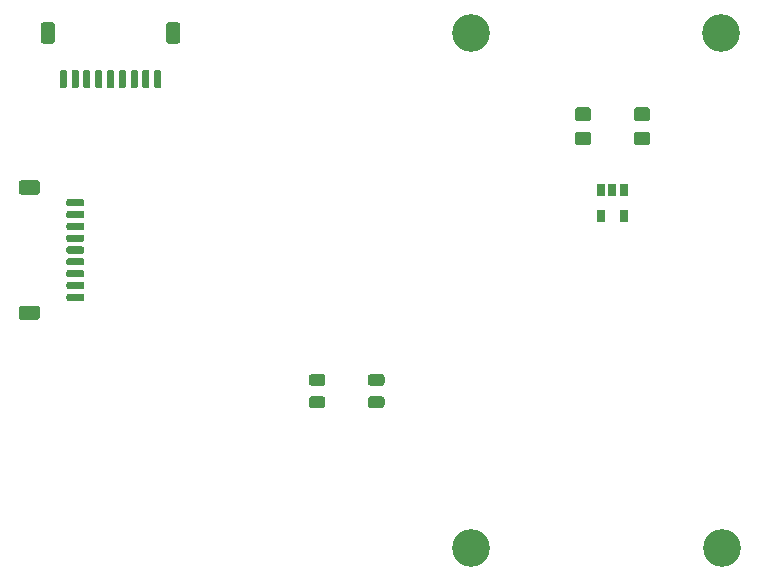
<source format=gbr>
G04 #@! TF.GenerationSoftware,KiCad,Pcbnew,5.1.5-52549c5~84~ubuntu18.04.1*
G04 #@! TF.CreationDate,2020-03-16T02:25:55+00:00*
G04 #@! TF.ProjectId,polariser_drive,706f6c61-7269-4736-9572-5f6472697665,rev?*
G04 #@! TF.SameCoordinates,Original*
G04 #@! TF.FileFunction,Paste,Top*
G04 #@! TF.FilePolarity,Positive*
%FSLAX46Y46*%
G04 Gerber Fmt 4.6, Leading zero omitted, Abs format (unit mm)*
G04 Created by KiCad (PCBNEW 5.1.5-52549c5~84~ubuntu18.04.1) date 2020-03-16 02:25:55*
%MOMM*%
%LPD*%
G04 APERTURE LIST*
%ADD10C,0.100000*%
%ADD11C,3.200000*%
%ADD12R,0.650000X1.060000*%
G04 APERTURE END LIST*
D10*
G36*
X51299505Y-53701204D02*
G01*
X51323773Y-53704804D01*
X51347572Y-53710765D01*
X51370671Y-53719030D01*
X51392850Y-53729520D01*
X51413893Y-53742132D01*
X51433599Y-53756747D01*
X51451777Y-53773223D01*
X51468253Y-53791401D01*
X51482868Y-53811107D01*
X51495480Y-53832150D01*
X51505970Y-53854329D01*
X51514235Y-53877428D01*
X51520196Y-53901227D01*
X51523796Y-53925495D01*
X51525000Y-53949999D01*
X51525000Y-54650001D01*
X51523796Y-54674505D01*
X51520196Y-54698773D01*
X51514235Y-54722572D01*
X51505970Y-54745671D01*
X51495480Y-54767850D01*
X51482868Y-54788893D01*
X51468253Y-54808599D01*
X51451777Y-54826777D01*
X51433599Y-54843253D01*
X51413893Y-54857868D01*
X51392850Y-54870480D01*
X51370671Y-54880970D01*
X51347572Y-54889235D01*
X51323773Y-54895196D01*
X51299505Y-54898796D01*
X51275001Y-54900000D01*
X49974999Y-54900000D01*
X49950495Y-54898796D01*
X49926227Y-54895196D01*
X49902428Y-54889235D01*
X49879329Y-54880970D01*
X49857150Y-54870480D01*
X49836107Y-54857868D01*
X49816401Y-54843253D01*
X49798223Y-54826777D01*
X49781747Y-54808599D01*
X49767132Y-54788893D01*
X49754520Y-54767850D01*
X49744030Y-54745671D01*
X49735765Y-54722572D01*
X49729804Y-54698773D01*
X49726204Y-54674505D01*
X49725000Y-54650001D01*
X49725000Y-53949999D01*
X49726204Y-53925495D01*
X49729804Y-53901227D01*
X49735765Y-53877428D01*
X49744030Y-53854329D01*
X49754520Y-53832150D01*
X49767132Y-53811107D01*
X49781747Y-53791401D01*
X49798223Y-53773223D01*
X49816401Y-53756747D01*
X49836107Y-53742132D01*
X49857150Y-53729520D01*
X49879329Y-53719030D01*
X49902428Y-53710765D01*
X49926227Y-53704804D01*
X49950495Y-53701204D01*
X49974999Y-53700000D01*
X51275001Y-53700000D01*
X51299505Y-53701204D01*
G37*
G36*
X51299505Y-43101204D02*
G01*
X51323773Y-43104804D01*
X51347572Y-43110765D01*
X51370671Y-43119030D01*
X51392850Y-43129520D01*
X51413893Y-43142132D01*
X51433599Y-43156747D01*
X51451777Y-43173223D01*
X51468253Y-43191401D01*
X51482868Y-43211107D01*
X51495480Y-43232150D01*
X51505970Y-43254329D01*
X51514235Y-43277428D01*
X51520196Y-43301227D01*
X51523796Y-43325495D01*
X51525000Y-43349999D01*
X51525000Y-44050001D01*
X51523796Y-44074505D01*
X51520196Y-44098773D01*
X51514235Y-44122572D01*
X51505970Y-44145671D01*
X51495480Y-44167850D01*
X51482868Y-44188893D01*
X51468253Y-44208599D01*
X51451777Y-44226777D01*
X51433599Y-44243253D01*
X51413893Y-44257868D01*
X51392850Y-44270480D01*
X51370671Y-44280970D01*
X51347572Y-44289235D01*
X51323773Y-44295196D01*
X51299505Y-44298796D01*
X51275001Y-44300000D01*
X49974999Y-44300000D01*
X49950495Y-44298796D01*
X49926227Y-44295196D01*
X49902428Y-44289235D01*
X49879329Y-44280970D01*
X49857150Y-44270480D01*
X49836107Y-44257868D01*
X49816401Y-44243253D01*
X49798223Y-44226777D01*
X49781747Y-44208599D01*
X49767132Y-44188893D01*
X49754520Y-44167850D01*
X49744030Y-44145671D01*
X49735765Y-44122572D01*
X49729804Y-44098773D01*
X49726204Y-44074505D01*
X49725000Y-44050001D01*
X49725000Y-43349999D01*
X49726204Y-43325495D01*
X49729804Y-43301227D01*
X49735765Y-43277428D01*
X49744030Y-43254329D01*
X49754520Y-43232150D01*
X49767132Y-43211107D01*
X49781747Y-43191401D01*
X49798223Y-43173223D01*
X49816401Y-43156747D01*
X49836107Y-43142132D01*
X49857150Y-43129520D01*
X49879329Y-43119030D01*
X49902428Y-43110765D01*
X49926227Y-43104804D01*
X49950495Y-43101204D01*
X49974999Y-43100000D01*
X51275001Y-43100000D01*
X51299505Y-43101204D01*
G37*
G36*
X55139703Y-52700722D02*
G01*
X55154264Y-52702882D01*
X55168543Y-52706459D01*
X55182403Y-52711418D01*
X55195710Y-52717712D01*
X55208336Y-52725280D01*
X55220159Y-52734048D01*
X55231066Y-52743934D01*
X55240952Y-52754841D01*
X55249720Y-52766664D01*
X55257288Y-52779290D01*
X55263582Y-52792597D01*
X55268541Y-52806457D01*
X55272118Y-52820736D01*
X55274278Y-52835297D01*
X55275000Y-52850000D01*
X55275000Y-53150000D01*
X55274278Y-53164703D01*
X55272118Y-53179264D01*
X55268541Y-53193543D01*
X55263582Y-53207403D01*
X55257288Y-53220710D01*
X55249720Y-53233336D01*
X55240952Y-53245159D01*
X55231066Y-53256066D01*
X55220159Y-53265952D01*
X55208336Y-53274720D01*
X55195710Y-53282288D01*
X55182403Y-53288582D01*
X55168543Y-53293541D01*
X55154264Y-53297118D01*
X55139703Y-53299278D01*
X55125000Y-53300000D01*
X53925000Y-53300000D01*
X53910297Y-53299278D01*
X53895736Y-53297118D01*
X53881457Y-53293541D01*
X53867597Y-53288582D01*
X53854290Y-53282288D01*
X53841664Y-53274720D01*
X53829841Y-53265952D01*
X53818934Y-53256066D01*
X53809048Y-53245159D01*
X53800280Y-53233336D01*
X53792712Y-53220710D01*
X53786418Y-53207403D01*
X53781459Y-53193543D01*
X53777882Y-53179264D01*
X53775722Y-53164703D01*
X53775000Y-53150000D01*
X53775000Y-52850000D01*
X53775722Y-52835297D01*
X53777882Y-52820736D01*
X53781459Y-52806457D01*
X53786418Y-52792597D01*
X53792712Y-52779290D01*
X53800280Y-52766664D01*
X53809048Y-52754841D01*
X53818934Y-52743934D01*
X53829841Y-52734048D01*
X53841664Y-52725280D01*
X53854290Y-52717712D01*
X53867597Y-52711418D01*
X53881457Y-52706459D01*
X53895736Y-52702882D01*
X53910297Y-52700722D01*
X53925000Y-52700000D01*
X55125000Y-52700000D01*
X55139703Y-52700722D01*
G37*
G36*
X55139703Y-51700722D02*
G01*
X55154264Y-51702882D01*
X55168543Y-51706459D01*
X55182403Y-51711418D01*
X55195710Y-51717712D01*
X55208336Y-51725280D01*
X55220159Y-51734048D01*
X55231066Y-51743934D01*
X55240952Y-51754841D01*
X55249720Y-51766664D01*
X55257288Y-51779290D01*
X55263582Y-51792597D01*
X55268541Y-51806457D01*
X55272118Y-51820736D01*
X55274278Y-51835297D01*
X55275000Y-51850000D01*
X55275000Y-52150000D01*
X55274278Y-52164703D01*
X55272118Y-52179264D01*
X55268541Y-52193543D01*
X55263582Y-52207403D01*
X55257288Y-52220710D01*
X55249720Y-52233336D01*
X55240952Y-52245159D01*
X55231066Y-52256066D01*
X55220159Y-52265952D01*
X55208336Y-52274720D01*
X55195710Y-52282288D01*
X55182403Y-52288582D01*
X55168543Y-52293541D01*
X55154264Y-52297118D01*
X55139703Y-52299278D01*
X55125000Y-52300000D01*
X53925000Y-52300000D01*
X53910297Y-52299278D01*
X53895736Y-52297118D01*
X53881457Y-52293541D01*
X53867597Y-52288582D01*
X53854290Y-52282288D01*
X53841664Y-52274720D01*
X53829841Y-52265952D01*
X53818934Y-52256066D01*
X53809048Y-52245159D01*
X53800280Y-52233336D01*
X53792712Y-52220710D01*
X53786418Y-52207403D01*
X53781459Y-52193543D01*
X53777882Y-52179264D01*
X53775722Y-52164703D01*
X53775000Y-52150000D01*
X53775000Y-51850000D01*
X53775722Y-51835297D01*
X53777882Y-51820736D01*
X53781459Y-51806457D01*
X53786418Y-51792597D01*
X53792712Y-51779290D01*
X53800280Y-51766664D01*
X53809048Y-51754841D01*
X53818934Y-51743934D01*
X53829841Y-51734048D01*
X53841664Y-51725280D01*
X53854290Y-51717712D01*
X53867597Y-51711418D01*
X53881457Y-51706459D01*
X53895736Y-51702882D01*
X53910297Y-51700722D01*
X53925000Y-51700000D01*
X55125000Y-51700000D01*
X55139703Y-51700722D01*
G37*
G36*
X55139703Y-50700722D02*
G01*
X55154264Y-50702882D01*
X55168543Y-50706459D01*
X55182403Y-50711418D01*
X55195710Y-50717712D01*
X55208336Y-50725280D01*
X55220159Y-50734048D01*
X55231066Y-50743934D01*
X55240952Y-50754841D01*
X55249720Y-50766664D01*
X55257288Y-50779290D01*
X55263582Y-50792597D01*
X55268541Y-50806457D01*
X55272118Y-50820736D01*
X55274278Y-50835297D01*
X55275000Y-50850000D01*
X55275000Y-51150000D01*
X55274278Y-51164703D01*
X55272118Y-51179264D01*
X55268541Y-51193543D01*
X55263582Y-51207403D01*
X55257288Y-51220710D01*
X55249720Y-51233336D01*
X55240952Y-51245159D01*
X55231066Y-51256066D01*
X55220159Y-51265952D01*
X55208336Y-51274720D01*
X55195710Y-51282288D01*
X55182403Y-51288582D01*
X55168543Y-51293541D01*
X55154264Y-51297118D01*
X55139703Y-51299278D01*
X55125000Y-51300000D01*
X53925000Y-51300000D01*
X53910297Y-51299278D01*
X53895736Y-51297118D01*
X53881457Y-51293541D01*
X53867597Y-51288582D01*
X53854290Y-51282288D01*
X53841664Y-51274720D01*
X53829841Y-51265952D01*
X53818934Y-51256066D01*
X53809048Y-51245159D01*
X53800280Y-51233336D01*
X53792712Y-51220710D01*
X53786418Y-51207403D01*
X53781459Y-51193543D01*
X53777882Y-51179264D01*
X53775722Y-51164703D01*
X53775000Y-51150000D01*
X53775000Y-50850000D01*
X53775722Y-50835297D01*
X53777882Y-50820736D01*
X53781459Y-50806457D01*
X53786418Y-50792597D01*
X53792712Y-50779290D01*
X53800280Y-50766664D01*
X53809048Y-50754841D01*
X53818934Y-50743934D01*
X53829841Y-50734048D01*
X53841664Y-50725280D01*
X53854290Y-50717712D01*
X53867597Y-50711418D01*
X53881457Y-50706459D01*
X53895736Y-50702882D01*
X53910297Y-50700722D01*
X53925000Y-50700000D01*
X55125000Y-50700000D01*
X55139703Y-50700722D01*
G37*
G36*
X55139703Y-49700722D02*
G01*
X55154264Y-49702882D01*
X55168543Y-49706459D01*
X55182403Y-49711418D01*
X55195710Y-49717712D01*
X55208336Y-49725280D01*
X55220159Y-49734048D01*
X55231066Y-49743934D01*
X55240952Y-49754841D01*
X55249720Y-49766664D01*
X55257288Y-49779290D01*
X55263582Y-49792597D01*
X55268541Y-49806457D01*
X55272118Y-49820736D01*
X55274278Y-49835297D01*
X55275000Y-49850000D01*
X55275000Y-50150000D01*
X55274278Y-50164703D01*
X55272118Y-50179264D01*
X55268541Y-50193543D01*
X55263582Y-50207403D01*
X55257288Y-50220710D01*
X55249720Y-50233336D01*
X55240952Y-50245159D01*
X55231066Y-50256066D01*
X55220159Y-50265952D01*
X55208336Y-50274720D01*
X55195710Y-50282288D01*
X55182403Y-50288582D01*
X55168543Y-50293541D01*
X55154264Y-50297118D01*
X55139703Y-50299278D01*
X55125000Y-50300000D01*
X53925000Y-50300000D01*
X53910297Y-50299278D01*
X53895736Y-50297118D01*
X53881457Y-50293541D01*
X53867597Y-50288582D01*
X53854290Y-50282288D01*
X53841664Y-50274720D01*
X53829841Y-50265952D01*
X53818934Y-50256066D01*
X53809048Y-50245159D01*
X53800280Y-50233336D01*
X53792712Y-50220710D01*
X53786418Y-50207403D01*
X53781459Y-50193543D01*
X53777882Y-50179264D01*
X53775722Y-50164703D01*
X53775000Y-50150000D01*
X53775000Y-49850000D01*
X53775722Y-49835297D01*
X53777882Y-49820736D01*
X53781459Y-49806457D01*
X53786418Y-49792597D01*
X53792712Y-49779290D01*
X53800280Y-49766664D01*
X53809048Y-49754841D01*
X53818934Y-49743934D01*
X53829841Y-49734048D01*
X53841664Y-49725280D01*
X53854290Y-49717712D01*
X53867597Y-49711418D01*
X53881457Y-49706459D01*
X53895736Y-49702882D01*
X53910297Y-49700722D01*
X53925000Y-49700000D01*
X55125000Y-49700000D01*
X55139703Y-49700722D01*
G37*
G36*
X55139703Y-48700722D02*
G01*
X55154264Y-48702882D01*
X55168543Y-48706459D01*
X55182403Y-48711418D01*
X55195710Y-48717712D01*
X55208336Y-48725280D01*
X55220159Y-48734048D01*
X55231066Y-48743934D01*
X55240952Y-48754841D01*
X55249720Y-48766664D01*
X55257288Y-48779290D01*
X55263582Y-48792597D01*
X55268541Y-48806457D01*
X55272118Y-48820736D01*
X55274278Y-48835297D01*
X55275000Y-48850000D01*
X55275000Y-49150000D01*
X55274278Y-49164703D01*
X55272118Y-49179264D01*
X55268541Y-49193543D01*
X55263582Y-49207403D01*
X55257288Y-49220710D01*
X55249720Y-49233336D01*
X55240952Y-49245159D01*
X55231066Y-49256066D01*
X55220159Y-49265952D01*
X55208336Y-49274720D01*
X55195710Y-49282288D01*
X55182403Y-49288582D01*
X55168543Y-49293541D01*
X55154264Y-49297118D01*
X55139703Y-49299278D01*
X55125000Y-49300000D01*
X53925000Y-49300000D01*
X53910297Y-49299278D01*
X53895736Y-49297118D01*
X53881457Y-49293541D01*
X53867597Y-49288582D01*
X53854290Y-49282288D01*
X53841664Y-49274720D01*
X53829841Y-49265952D01*
X53818934Y-49256066D01*
X53809048Y-49245159D01*
X53800280Y-49233336D01*
X53792712Y-49220710D01*
X53786418Y-49207403D01*
X53781459Y-49193543D01*
X53777882Y-49179264D01*
X53775722Y-49164703D01*
X53775000Y-49150000D01*
X53775000Y-48850000D01*
X53775722Y-48835297D01*
X53777882Y-48820736D01*
X53781459Y-48806457D01*
X53786418Y-48792597D01*
X53792712Y-48779290D01*
X53800280Y-48766664D01*
X53809048Y-48754841D01*
X53818934Y-48743934D01*
X53829841Y-48734048D01*
X53841664Y-48725280D01*
X53854290Y-48717712D01*
X53867597Y-48711418D01*
X53881457Y-48706459D01*
X53895736Y-48702882D01*
X53910297Y-48700722D01*
X53925000Y-48700000D01*
X55125000Y-48700000D01*
X55139703Y-48700722D01*
G37*
G36*
X55139703Y-47700722D02*
G01*
X55154264Y-47702882D01*
X55168543Y-47706459D01*
X55182403Y-47711418D01*
X55195710Y-47717712D01*
X55208336Y-47725280D01*
X55220159Y-47734048D01*
X55231066Y-47743934D01*
X55240952Y-47754841D01*
X55249720Y-47766664D01*
X55257288Y-47779290D01*
X55263582Y-47792597D01*
X55268541Y-47806457D01*
X55272118Y-47820736D01*
X55274278Y-47835297D01*
X55275000Y-47850000D01*
X55275000Y-48150000D01*
X55274278Y-48164703D01*
X55272118Y-48179264D01*
X55268541Y-48193543D01*
X55263582Y-48207403D01*
X55257288Y-48220710D01*
X55249720Y-48233336D01*
X55240952Y-48245159D01*
X55231066Y-48256066D01*
X55220159Y-48265952D01*
X55208336Y-48274720D01*
X55195710Y-48282288D01*
X55182403Y-48288582D01*
X55168543Y-48293541D01*
X55154264Y-48297118D01*
X55139703Y-48299278D01*
X55125000Y-48300000D01*
X53925000Y-48300000D01*
X53910297Y-48299278D01*
X53895736Y-48297118D01*
X53881457Y-48293541D01*
X53867597Y-48288582D01*
X53854290Y-48282288D01*
X53841664Y-48274720D01*
X53829841Y-48265952D01*
X53818934Y-48256066D01*
X53809048Y-48245159D01*
X53800280Y-48233336D01*
X53792712Y-48220710D01*
X53786418Y-48207403D01*
X53781459Y-48193543D01*
X53777882Y-48179264D01*
X53775722Y-48164703D01*
X53775000Y-48150000D01*
X53775000Y-47850000D01*
X53775722Y-47835297D01*
X53777882Y-47820736D01*
X53781459Y-47806457D01*
X53786418Y-47792597D01*
X53792712Y-47779290D01*
X53800280Y-47766664D01*
X53809048Y-47754841D01*
X53818934Y-47743934D01*
X53829841Y-47734048D01*
X53841664Y-47725280D01*
X53854290Y-47717712D01*
X53867597Y-47711418D01*
X53881457Y-47706459D01*
X53895736Y-47702882D01*
X53910297Y-47700722D01*
X53925000Y-47700000D01*
X55125000Y-47700000D01*
X55139703Y-47700722D01*
G37*
G36*
X55139703Y-46700722D02*
G01*
X55154264Y-46702882D01*
X55168543Y-46706459D01*
X55182403Y-46711418D01*
X55195710Y-46717712D01*
X55208336Y-46725280D01*
X55220159Y-46734048D01*
X55231066Y-46743934D01*
X55240952Y-46754841D01*
X55249720Y-46766664D01*
X55257288Y-46779290D01*
X55263582Y-46792597D01*
X55268541Y-46806457D01*
X55272118Y-46820736D01*
X55274278Y-46835297D01*
X55275000Y-46850000D01*
X55275000Y-47150000D01*
X55274278Y-47164703D01*
X55272118Y-47179264D01*
X55268541Y-47193543D01*
X55263582Y-47207403D01*
X55257288Y-47220710D01*
X55249720Y-47233336D01*
X55240952Y-47245159D01*
X55231066Y-47256066D01*
X55220159Y-47265952D01*
X55208336Y-47274720D01*
X55195710Y-47282288D01*
X55182403Y-47288582D01*
X55168543Y-47293541D01*
X55154264Y-47297118D01*
X55139703Y-47299278D01*
X55125000Y-47300000D01*
X53925000Y-47300000D01*
X53910297Y-47299278D01*
X53895736Y-47297118D01*
X53881457Y-47293541D01*
X53867597Y-47288582D01*
X53854290Y-47282288D01*
X53841664Y-47274720D01*
X53829841Y-47265952D01*
X53818934Y-47256066D01*
X53809048Y-47245159D01*
X53800280Y-47233336D01*
X53792712Y-47220710D01*
X53786418Y-47207403D01*
X53781459Y-47193543D01*
X53777882Y-47179264D01*
X53775722Y-47164703D01*
X53775000Y-47150000D01*
X53775000Y-46850000D01*
X53775722Y-46835297D01*
X53777882Y-46820736D01*
X53781459Y-46806457D01*
X53786418Y-46792597D01*
X53792712Y-46779290D01*
X53800280Y-46766664D01*
X53809048Y-46754841D01*
X53818934Y-46743934D01*
X53829841Y-46734048D01*
X53841664Y-46725280D01*
X53854290Y-46717712D01*
X53867597Y-46711418D01*
X53881457Y-46706459D01*
X53895736Y-46702882D01*
X53910297Y-46700722D01*
X53925000Y-46700000D01*
X55125000Y-46700000D01*
X55139703Y-46700722D01*
G37*
G36*
X55139703Y-45700722D02*
G01*
X55154264Y-45702882D01*
X55168543Y-45706459D01*
X55182403Y-45711418D01*
X55195710Y-45717712D01*
X55208336Y-45725280D01*
X55220159Y-45734048D01*
X55231066Y-45743934D01*
X55240952Y-45754841D01*
X55249720Y-45766664D01*
X55257288Y-45779290D01*
X55263582Y-45792597D01*
X55268541Y-45806457D01*
X55272118Y-45820736D01*
X55274278Y-45835297D01*
X55275000Y-45850000D01*
X55275000Y-46150000D01*
X55274278Y-46164703D01*
X55272118Y-46179264D01*
X55268541Y-46193543D01*
X55263582Y-46207403D01*
X55257288Y-46220710D01*
X55249720Y-46233336D01*
X55240952Y-46245159D01*
X55231066Y-46256066D01*
X55220159Y-46265952D01*
X55208336Y-46274720D01*
X55195710Y-46282288D01*
X55182403Y-46288582D01*
X55168543Y-46293541D01*
X55154264Y-46297118D01*
X55139703Y-46299278D01*
X55125000Y-46300000D01*
X53925000Y-46300000D01*
X53910297Y-46299278D01*
X53895736Y-46297118D01*
X53881457Y-46293541D01*
X53867597Y-46288582D01*
X53854290Y-46282288D01*
X53841664Y-46274720D01*
X53829841Y-46265952D01*
X53818934Y-46256066D01*
X53809048Y-46245159D01*
X53800280Y-46233336D01*
X53792712Y-46220710D01*
X53786418Y-46207403D01*
X53781459Y-46193543D01*
X53777882Y-46179264D01*
X53775722Y-46164703D01*
X53775000Y-46150000D01*
X53775000Y-45850000D01*
X53775722Y-45835297D01*
X53777882Y-45820736D01*
X53781459Y-45806457D01*
X53786418Y-45792597D01*
X53792712Y-45779290D01*
X53800280Y-45766664D01*
X53809048Y-45754841D01*
X53818934Y-45743934D01*
X53829841Y-45734048D01*
X53841664Y-45725280D01*
X53854290Y-45717712D01*
X53867597Y-45711418D01*
X53881457Y-45706459D01*
X53895736Y-45702882D01*
X53910297Y-45700722D01*
X53925000Y-45700000D01*
X55125000Y-45700000D01*
X55139703Y-45700722D01*
G37*
G36*
X55139703Y-44700722D02*
G01*
X55154264Y-44702882D01*
X55168543Y-44706459D01*
X55182403Y-44711418D01*
X55195710Y-44717712D01*
X55208336Y-44725280D01*
X55220159Y-44734048D01*
X55231066Y-44743934D01*
X55240952Y-44754841D01*
X55249720Y-44766664D01*
X55257288Y-44779290D01*
X55263582Y-44792597D01*
X55268541Y-44806457D01*
X55272118Y-44820736D01*
X55274278Y-44835297D01*
X55275000Y-44850000D01*
X55275000Y-45150000D01*
X55274278Y-45164703D01*
X55272118Y-45179264D01*
X55268541Y-45193543D01*
X55263582Y-45207403D01*
X55257288Y-45220710D01*
X55249720Y-45233336D01*
X55240952Y-45245159D01*
X55231066Y-45256066D01*
X55220159Y-45265952D01*
X55208336Y-45274720D01*
X55195710Y-45282288D01*
X55182403Y-45288582D01*
X55168543Y-45293541D01*
X55154264Y-45297118D01*
X55139703Y-45299278D01*
X55125000Y-45300000D01*
X53925000Y-45300000D01*
X53910297Y-45299278D01*
X53895736Y-45297118D01*
X53881457Y-45293541D01*
X53867597Y-45288582D01*
X53854290Y-45282288D01*
X53841664Y-45274720D01*
X53829841Y-45265952D01*
X53818934Y-45256066D01*
X53809048Y-45245159D01*
X53800280Y-45233336D01*
X53792712Y-45220710D01*
X53786418Y-45207403D01*
X53781459Y-45193543D01*
X53777882Y-45179264D01*
X53775722Y-45164703D01*
X53775000Y-45150000D01*
X53775000Y-44850000D01*
X53775722Y-44835297D01*
X53777882Y-44820736D01*
X53781459Y-44806457D01*
X53786418Y-44792597D01*
X53792712Y-44779290D01*
X53800280Y-44766664D01*
X53809048Y-44754841D01*
X53818934Y-44743934D01*
X53829841Y-44734048D01*
X53841664Y-44725280D01*
X53854290Y-44717712D01*
X53867597Y-44711418D01*
X53881457Y-44706459D01*
X53895736Y-44702882D01*
X53910297Y-44700722D01*
X53925000Y-44700000D01*
X55125000Y-44700000D01*
X55139703Y-44700722D01*
G37*
D11*
X109250000Y-74250000D03*
X88000000Y-74250000D03*
X88000000Y-30620000D03*
X109200000Y-30620000D03*
D12*
X100950000Y-46100000D03*
X99050000Y-46100000D03*
X99050000Y-43900000D03*
X100000000Y-43900000D03*
X100950000Y-43900000D03*
D10*
G36*
X75480142Y-59513674D02*
G01*
X75503803Y-59517184D01*
X75527007Y-59522996D01*
X75549529Y-59531054D01*
X75571153Y-59541282D01*
X75591670Y-59553579D01*
X75610883Y-59567829D01*
X75628607Y-59583893D01*
X75644671Y-59601617D01*
X75658921Y-59620830D01*
X75671218Y-59641347D01*
X75681446Y-59662971D01*
X75689504Y-59685493D01*
X75695316Y-59708697D01*
X75698826Y-59732358D01*
X75700000Y-59756250D01*
X75700000Y-60243750D01*
X75698826Y-60267642D01*
X75695316Y-60291303D01*
X75689504Y-60314507D01*
X75681446Y-60337029D01*
X75671218Y-60358653D01*
X75658921Y-60379170D01*
X75644671Y-60398383D01*
X75628607Y-60416107D01*
X75610883Y-60432171D01*
X75591670Y-60446421D01*
X75571153Y-60458718D01*
X75549529Y-60468946D01*
X75527007Y-60477004D01*
X75503803Y-60482816D01*
X75480142Y-60486326D01*
X75456250Y-60487500D01*
X74543750Y-60487500D01*
X74519858Y-60486326D01*
X74496197Y-60482816D01*
X74472993Y-60477004D01*
X74450471Y-60468946D01*
X74428847Y-60458718D01*
X74408330Y-60446421D01*
X74389117Y-60432171D01*
X74371393Y-60416107D01*
X74355329Y-60398383D01*
X74341079Y-60379170D01*
X74328782Y-60358653D01*
X74318554Y-60337029D01*
X74310496Y-60314507D01*
X74304684Y-60291303D01*
X74301174Y-60267642D01*
X74300000Y-60243750D01*
X74300000Y-59756250D01*
X74301174Y-59732358D01*
X74304684Y-59708697D01*
X74310496Y-59685493D01*
X74318554Y-59662971D01*
X74328782Y-59641347D01*
X74341079Y-59620830D01*
X74355329Y-59601617D01*
X74371393Y-59583893D01*
X74389117Y-59567829D01*
X74408330Y-59553579D01*
X74428847Y-59541282D01*
X74450471Y-59531054D01*
X74472993Y-59522996D01*
X74496197Y-59517184D01*
X74519858Y-59513674D01*
X74543750Y-59512500D01*
X75456250Y-59512500D01*
X75480142Y-59513674D01*
G37*
G36*
X75480142Y-61388674D02*
G01*
X75503803Y-61392184D01*
X75527007Y-61397996D01*
X75549529Y-61406054D01*
X75571153Y-61416282D01*
X75591670Y-61428579D01*
X75610883Y-61442829D01*
X75628607Y-61458893D01*
X75644671Y-61476617D01*
X75658921Y-61495830D01*
X75671218Y-61516347D01*
X75681446Y-61537971D01*
X75689504Y-61560493D01*
X75695316Y-61583697D01*
X75698826Y-61607358D01*
X75700000Y-61631250D01*
X75700000Y-62118750D01*
X75698826Y-62142642D01*
X75695316Y-62166303D01*
X75689504Y-62189507D01*
X75681446Y-62212029D01*
X75671218Y-62233653D01*
X75658921Y-62254170D01*
X75644671Y-62273383D01*
X75628607Y-62291107D01*
X75610883Y-62307171D01*
X75591670Y-62321421D01*
X75571153Y-62333718D01*
X75549529Y-62343946D01*
X75527007Y-62352004D01*
X75503803Y-62357816D01*
X75480142Y-62361326D01*
X75456250Y-62362500D01*
X74543750Y-62362500D01*
X74519858Y-62361326D01*
X74496197Y-62357816D01*
X74472993Y-62352004D01*
X74450471Y-62343946D01*
X74428847Y-62333718D01*
X74408330Y-62321421D01*
X74389117Y-62307171D01*
X74371393Y-62291107D01*
X74355329Y-62273383D01*
X74341079Y-62254170D01*
X74328782Y-62233653D01*
X74318554Y-62212029D01*
X74310496Y-62189507D01*
X74304684Y-62166303D01*
X74301174Y-62142642D01*
X74300000Y-62118750D01*
X74300000Y-61631250D01*
X74301174Y-61607358D01*
X74304684Y-61583697D01*
X74310496Y-61560493D01*
X74318554Y-61537971D01*
X74328782Y-61516347D01*
X74341079Y-61495830D01*
X74355329Y-61476617D01*
X74371393Y-61458893D01*
X74389117Y-61442829D01*
X74408330Y-61428579D01*
X74428847Y-61416282D01*
X74450471Y-61406054D01*
X74472993Y-61397996D01*
X74496197Y-61392184D01*
X74519858Y-61388674D01*
X74543750Y-61387500D01*
X75456250Y-61387500D01*
X75480142Y-61388674D01*
G37*
G36*
X80480142Y-59513674D02*
G01*
X80503803Y-59517184D01*
X80527007Y-59522996D01*
X80549529Y-59531054D01*
X80571153Y-59541282D01*
X80591670Y-59553579D01*
X80610883Y-59567829D01*
X80628607Y-59583893D01*
X80644671Y-59601617D01*
X80658921Y-59620830D01*
X80671218Y-59641347D01*
X80681446Y-59662971D01*
X80689504Y-59685493D01*
X80695316Y-59708697D01*
X80698826Y-59732358D01*
X80700000Y-59756250D01*
X80700000Y-60243750D01*
X80698826Y-60267642D01*
X80695316Y-60291303D01*
X80689504Y-60314507D01*
X80681446Y-60337029D01*
X80671218Y-60358653D01*
X80658921Y-60379170D01*
X80644671Y-60398383D01*
X80628607Y-60416107D01*
X80610883Y-60432171D01*
X80591670Y-60446421D01*
X80571153Y-60458718D01*
X80549529Y-60468946D01*
X80527007Y-60477004D01*
X80503803Y-60482816D01*
X80480142Y-60486326D01*
X80456250Y-60487500D01*
X79543750Y-60487500D01*
X79519858Y-60486326D01*
X79496197Y-60482816D01*
X79472993Y-60477004D01*
X79450471Y-60468946D01*
X79428847Y-60458718D01*
X79408330Y-60446421D01*
X79389117Y-60432171D01*
X79371393Y-60416107D01*
X79355329Y-60398383D01*
X79341079Y-60379170D01*
X79328782Y-60358653D01*
X79318554Y-60337029D01*
X79310496Y-60314507D01*
X79304684Y-60291303D01*
X79301174Y-60267642D01*
X79300000Y-60243750D01*
X79300000Y-59756250D01*
X79301174Y-59732358D01*
X79304684Y-59708697D01*
X79310496Y-59685493D01*
X79318554Y-59662971D01*
X79328782Y-59641347D01*
X79341079Y-59620830D01*
X79355329Y-59601617D01*
X79371393Y-59583893D01*
X79389117Y-59567829D01*
X79408330Y-59553579D01*
X79428847Y-59541282D01*
X79450471Y-59531054D01*
X79472993Y-59522996D01*
X79496197Y-59517184D01*
X79519858Y-59513674D01*
X79543750Y-59512500D01*
X80456250Y-59512500D01*
X80480142Y-59513674D01*
G37*
G36*
X80480142Y-61388674D02*
G01*
X80503803Y-61392184D01*
X80527007Y-61397996D01*
X80549529Y-61406054D01*
X80571153Y-61416282D01*
X80591670Y-61428579D01*
X80610883Y-61442829D01*
X80628607Y-61458893D01*
X80644671Y-61476617D01*
X80658921Y-61495830D01*
X80671218Y-61516347D01*
X80681446Y-61537971D01*
X80689504Y-61560493D01*
X80695316Y-61583697D01*
X80698826Y-61607358D01*
X80700000Y-61631250D01*
X80700000Y-62118750D01*
X80698826Y-62142642D01*
X80695316Y-62166303D01*
X80689504Y-62189507D01*
X80681446Y-62212029D01*
X80671218Y-62233653D01*
X80658921Y-62254170D01*
X80644671Y-62273383D01*
X80628607Y-62291107D01*
X80610883Y-62307171D01*
X80591670Y-62321421D01*
X80571153Y-62333718D01*
X80549529Y-62343946D01*
X80527007Y-62352004D01*
X80503803Y-62357816D01*
X80480142Y-62361326D01*
X80456250Y-62362500D01*
X79543750Y-62362500D01*
X79519858Y-62361326D01*
X79496197Y-62357816D01*
X79472993Y-62352004D01*
X79450471Y-62343946D01*
X79428847Y-62333718D01*
X79408330Y-62321421D01*
X79389117Y-62307171D01*
X79371393Y-62291107D01*
X79355329Y-62273383D01*
X79341079Y-62254170D01*
X79328782Y-62233653D01*
X79318554Y-62212029D01*
X79310496Y-62189507D01*
X79304684Y-62166303D01*
X79301174Y-62142642D01*
X79300000Y-62118750D01*
X79300000Y-61631250D01*
X79301174Y-61607358D01*
X79304684Y-61583697D01*
X79310496Y-61560493D01*
X79318554Y-61537971D01*
X79328782Y-61516347D01*
X79341079Y-61495830D01*
X79355329Y-61476617D01*
X79371393Y-61458893D01*
X79389117Y-61442829D01*
X79408330Y-61428579D01*
X79428847Y-61416282D01*
X79450471Y-61406054D01*
X79472993Y-61397996D01*
X79496197Y-61392184D01*
X79519858Y-61388674D01*
X79543750Y-61387500D01*
X80456250Y-61387500D01*
X80480142Y-61388674D01*
G37*
G36*
X52574505Y-29726204D02*
G01*
X52598773Y-29729804D01*
X52622572Y-29735765D01*
X52645671Y-29744030D01*
X52667850Y-29754520D01*
X52688893Y-29767132D01*
X52708599Y-29781747D01*
X52726777Y-29798223D01*
X52743253Y-29816401D01*
X52757868Y-29836107D01*
X52770480Y-29857150D01*
X52780970Y-29879329D01*
X52789235Y-29902428D01*
X52795196Y-29926227D01*
X52798796Y-29950495D01*
X52800000Y-29974999D01*
X52800000Y-31275001D01*
X52798796Y-31299505D01*
X52795196Y-31323773D01*
X52789235Y-31347572D01*
X52780970Y-31370671D01*
X52770480Y-31392850D01*
X52757868Y-31413893D01*
X52743253Y-31433599D01*
X52726777Y-31451777D01*
X52708599Y-31468253D01*
X52688893Y-31482868D01*
X52667850Y-31495480D01*
X52645671Y-31505970D01*
X52622572Y-31514235D01*
X52598773Y-31520196D01*
X52574505Y-31523796D01*
X52550001Y-31525000D01*
X51849999Y-31525000D01*
X51825495Y-31523796D01*
X51801227Y-31520196D01*
X51777428Y-31514235D01*
X51754329Y-31505970D01*
X51732150Y-31495480D01*
X51711107Y-31482868D01*
X51691401Y-31468253D01*
X51673223Y-31451777D01*
X51656747Y-31433599D01*
X51642132Y-31413893D01*
X51629520Y-31392850D01*
X51619030Y-31370671D01*
X51610765Y-31347572D01*
X51604804Y-31323773D01*
X51601204Y-31299505D01*
X51600000Y-31275001D01*
X51600000Y-29974999D01*
X51601204Y-29950495D01*
X51604804Y-29926227D01*
X51610765Y-29902428D01*
X51619030Y-29879329D01*
X51629520Y-29857150D01*
X51642132Y-29836107D01*
X51656747Y-29816401D01*
X51673223Y-29798223D01*
X51691401Y-29781747D01*
X51711107Y-29767132D01*
X51732150Y-29754520D01*
X51754329Y-29744030D01*
X51777428Y-29735765D01*
X51801227Y-29729804D01*
X51825495Y-29726204D01*
X51849999Y-29725000D01*
X52550001Y-29725000D01*
X52574505Y-29726204D01*
G37*
G36*
X63174505Y-29726204D02*
G01*
X63198773Y-29729804D01*
X63222572Y-29735765D01*
X63245671Y-29744030D01*
X63267850Y-29754520D01*
X63288893Y-29767132D01*
X63308599Y-29781747D01*
X63326777Y-29798223D01*
X63343253Y-29816401D01*
X63357868Y-29836107D01*
X63370480Y-29857150D01*
X63380970Y-29879329D01*
X63389235Y-29902428D01*
X63395196Y-29926227D01*
X63398796Y-29950495D01*
X63400000Y-29974999D01*
X63400000Y-31275001D01*
X63398796Y-31299505D01*
X63395196Y-31323773D01*
X63389235Y-31347572D01*
X63380970Y-31370671D01*
X63370480Y-31392850D01*
X63357868Y-31413893D01*
X63343253Y-31433599D01*
X63326777Y-31451777D01*
X63308599Y-31468253D01*
X63288893Y-31482868D01*
X63267850Y-31495480D01*
X63245671Y-31505970D01*
X63222572Y-31514235D01*
X63198773Y-31520196D01*
X63174505Y-31523796D01*
X63150001Y-31525000D01*
X62449999Y-31525000D01*
X62425495Y-31523796D01*
X62401227Y-31520196D01*
X62377428Y-31514235D01*
X62354329Y-31505970D01*
X62332150Y-31495480D01*
X62311107Y-31482868D01*
X62291401Y-31468253D01*
X62273223Y-31451777D01*
X62256747Y-31433599D01*
X62242132Y-31413893D01*
X62229520Y-31392850D01*
X62219030Y-31370671D01*
X62210765Y-31347572D01*
X62204804Y-31323773D01*
X62201204Y-31299505D01*
X62200000Y-31275001D01*
X62200000Y-29974999D01*
X62201204Y-29950495D01*
X62204804Y-29926227D01*
X62210765Y-29902428D01*
X62219030Y-29879329D01*
X62229520Y-29857150D01*
X62242132Y-29836107D01*
X62256747Y-29816401D01*
X62273223Y-29798223D01*
X62291401Y-29781747D01*
X62311107Y-29767132D01*
X62332150Y-29754520D01*
X62354329Y-29744030D01*
X62377428Y-29735765D01*
X62401227Y-29729804D01*
X62425495Y-29726204D01*
X62449999Y-29725000D01*
X63150001Y-29725000D01*
X63174505Y-29726204D01*
G37*
G36*
X53664703Y-33775722D02*
G01*
X53679264Y-33777882D01*
X53693543Y-33781459D01*
X53707403Y-33786418D01*
X53720710Y-33792712D01*
X53733336Y-33800280D01*
X53745159Y-33809048D01*
X53756066Y-33818934D01*
X53765952Y-33829841D01*
X53774720Y-33841664D01*
X53782288Y-33854290D01*
X53788582Y-33867597D01*
X53793541Y-33881457D01*
X53797118Y-33895736D01*
X53799278Y-33910297D01*
X53800000Y-33925000D01*
X53800000Y-35125000D01*
X53799278Y-35139703D01*
X53797118Y-35154264D01*
X53793541Y-35168543D01*
X53788582Y-35182403D01*
X53782288Y-35195710D01*
X53774720Y-35208336D01*
X53765952Y-35220159D01*
X53756066Y-35231066D01*
X53745159Y-35240952D01*
X53733336Y-35249720D01*
X53720710Y-35257288D01*
X53707403Y-35263582D01*
X53693543Y-35268541D01*
X53679264Y-35272118D01*
X53664703Y-35274278D01*
X53650000Y-35275000D01*
X53350000Y-35275000D01*
X53335297Y-35274278D01*
X53320736Y-35272118D01*
X53306457Y-35268541D01*
X53292597Y-35263582D01*
X53279290Y-35257288D01*
X53266664Y-35249720D01*
X53254841Y-35240952D01*
X53243934Y-35231066D01*
X53234048Y-35220159D01*
X53225280Y-35208336D01*
X53217712Y-35195710D01*
X53211418Y-35182403D01*
X53206459Y-35168543D01*
X53202882Y-35154264D01*
X53200722Y-35139703D01*
X53200000Y-35125000D01*
X53200000Y-33925000D01*
X53200722Y-33910297D01*
X53202882Y-33895736D01*
X53206459Y-33881457D01*
X53211418Y-33867597D01*
X53217712Y-33854290D01*
X53225280Y-33841664D01*
X53234048Y-33829841D01*
X53243934Y-33818934D01*
X53254841Y-33809048D01*
X53266664Y-33800280D01*
X53279290Y-33792712D01*
X53292597Y-33786418D01*
X53306457Y-33781459D01*
X53320736Y-33777882D01*
X53335297Y-33775722D01*
X53350000Y-33775000D01*
X53650000Y-33775000D01*
X53664703Y-33775722D01*
G37*
G36*
X54664703Y-33775722D02*
G01*
X54679264Y-33777882D01*
X54693543Y-33781459D01*
X54707403Y-33786418D01*
X54720710Y-33792712D01*
X54733336Y-33800280D01*
X54745159Y-33809048D01*
X54756066Y-33818934D01*
X54765952Y-33829841D01*
X54774720Y-33841664D01*
X54782288Y-33854290D01*
X54788582Y-33867597D01*
X54793541Y-33881457D01*
X54797118Y-33895736D01*
X54799278Y-33910297D01*
X54800000Y-33925000D01*
X54800000Y-35125000D01*
X54799278Y-35139703D01*
X54797118Y-35154264D01*
X54793541Y-35168543D01*
X54788582Y-35182403D01*
X54782288Y-35195710D01*
X54774720Y-35208336D01*
X54765952Y-35220159D01*
X54756066Y-35231066D01*
X54745159Y-35240952D01*
X54733336Y-35249720D01*
X54720710Y-35257288D01*
X54707403Y-35263582D01*
X54693543Y-35268541D01*
X54679264Y-35272118D01*
X54664703Y-35274278D01*
X54650000Y-35275000D01*
X54350000Y-35275000D01*
X54335297Y-35274278D01*
X54320736Y-35272118D01*
X54306457Y-35268541D01*
X54292597Y-35263582D01*
X54279290Y-35257288D01*
X54266664Y-35249720D01*
X54254841Y-35240952D01*
X54243934Y-35231066D01*
X54234048Y-35220159D01*
X54225280Y-35208336D01*
X54217712Y-35195710D01*
X54211418Y-35182403D01*
X54206459Y-35168543D01*
X54202882Y-35154264D01*
X54200722Y-35139703D01*
X54200000Y-35125000D01*
X54200000Y-33925000D01*
X54200722Y-33910297D01*
X54202882Y-33895736D01*
X54206459Y-33881457D01*
X54211418Y-33867597D01*
X54217712Y-33854290D01*
X54225280Y-33841664D01*
X54234048Y-33829841D01*
X54243934Y-33818934D01*
X54254841Y-33809048D01*
X54266664Y-33800280D01*
X54279290Y-33792712D01*
X54292597Y-33786418D01*
X54306457Y-33781459D01*
X54320736Y-33777882D01*
X54335297Y-33775722D01*
X54350000Y-33775000D01*
X54650000Y-33775000D01*
X54664703Y-33775722D01*
G37*
G36*
X55664703Y-33775722D02*
G01*
X55679264Y-33777882D01*
X55693543Y-33781459D01*
X55707403Y-33786418D01*
X55720710Y-33792712D01*
X55733336Y-33800280D01*
X55745159Y-33809048D01*
X55756066Y-33818934D01*
X55765952Y-33829841D01*
X55774720Y-33841664D01*
X55782288Y-33854290D01*
X55788582Y-33867597D01*
X55793541Y-33881457D01*
X55797118Y-33895736D01*
X55799278Y-33910297D01*
X55800000Y-33925000D01*
X55800000Y-35125000D01*
X55799278Y-35139703D01*
X55797118Y-35154264D01*
X55793541Y-35168543D01*
X55788582Y-35182403D01*
X55782288Y-35195710D01*
X55774720Y-35208336D01*
X55765952Y-35220159D01*
X55756066Y-35231066D01*
X55745159Y-35240952D01*
X55733336Y-35249720D01*
X55720710Y-35257288D01*
X55707403Y-35263582D01*
X55693543Y-35268541D01*
X55679264Y-35272118D01*
X55664703Y-35274278D01*
X55650000Y-35275000D01*
X55350000Y-35275000D01*
X55335297Y-35274278D01*
X55320736Y-35272118D01*
X55306457Y-35268541D01*
X55292597Y-35263582D01*
X55279290Y-35257288D01*
X55266664Y-35249720D01*
X55254841Y-35240952D01*
X55243934Y-35231066D01*
X55234048Y-35220159D01*
X55225280Y-35208336D01*
X55217712Y-35195710D01*
X55211418Y-35182403D01*
X55206459Y-35168543D01*
X55202882Y-35154264D01*
X55200722Y-35139703D01*
X55200000Y-35125000D01*
X55200000Y-33925000D01*
X55200722Y-33910297D01*
X55202882Y-33895736D01*
X55206459Y-33881457D01*
X55211418Y-33867597D01*
X55217712Y-33854290D01*
X55225280Y-33841664D01*
X55234048Y-33829841D01*
X55243934Y-33818934D01*
X55254841Y-33809048D01*
X55266664Y-33800280D01*
X55279290Y-33792712D01*
X55292597Y-33786418D01*
X55306457Y-33781459D01*
X55320736Y-33777882D01*
X55335297Y-33775722D01*
X55350000Y-33775000D01*
X55650000Y-33775000D01*
X55664703Y-33775722D01*
G37*
G36*
X56664703Y-33775722D02*
G01*
X56679264Y-33777882D01*
X56693543Y-33781459D01*
X56707403Y-33786418D01*
X56720710Y-33792712D01*
X56733336Y-33800280D01*
X56745159Y-33809048D01*
X56756066Y-33818934D01*
X56765952Y-33829841D01*
X56774720Y-33841664D01*
X56782288Y-33854290D01*
X56788582Y-33867597D01*
X56793541Y-33881457D01*
X56797118Y-33895736D01*
X56799278Y-33910297D01*
X56800000Y-33925000D01*
X56800000Y-35125000D01*
X56799278Y-35139703D01*
X56797118Y-35154264D01*
X56793541Y-35168543D01*
X56788582Y-35182403D01*
X56782288Y-35195710D01*
X56774720Y-35208336D01*
X56765952Y-35220159D01*
X56756066Y-35231066D01*
X56745159Y-35240952D01*
X56733336Y-35249720D01*
X56720710Y-35257288D01*
X56707403Y-35263582D01*
X56693543Y-35268541D01*
X56679264Y-35272118D01*
X56664703Y-35274278D01*
X56650000Y-35275000D01*
X56350000Y-35275000D01*
X56335297Y-35274278D01*
X56320736Y-35272118D01*
X56306457Y-35268541D01*
X56292597Y-35263582D01*
X56279290Y-35257288D01*
X56266664Y-35249720D01*
X56254841Y-35240952D01*
X56243934Y-35231066D01*
X56234048Y-35220159D01*
X56225280Y-35208336D01*
X56217712Y-35195710D01*
X56211418Y-35182403D01*
X56206459Y-35168543D01*
X56202882Y-35154264D01*
X56200722Y-35139703D01*
X56200000Y-35125000D01*
X56200000Y-33925000D01*
X56200722Y-33910297D01*
X56202882Y-33895736D01*
X56206459Y-33881457D01*
X56211418Y-33867597D01*
X56217712Y-33854290D01*
X56225280Y-33841664D01*
X56234048Y-33829841D01*
X56243934Y-33818934D01*
X56254841Y-33809048D01*
X56266664Y-33800280D01*
X56279290Y-33792712D01*
X56292597Y-33786418D01*
X56306457Y-33781459D01*
X56320736Y-33777882D01*
X56335297Y-33775722D01*
X56350000Y-33775000D01*
X56650000Y-33775000D01*
X56664703Y-33775722D01*
G37*
G36*
X57664703Y-33775722D02*
G01*
X57679264Y-33777882D01*
X57693543Y-33781459D01*
X57707403Y-33786418D01*
X57720710Y-33792712D01*
X57733336Y-33800280D01*
X57745159Y-33809048D01*
X57756066Y-33818934D01*
X57765952Y-33829841D01*
X57774720Y-33841664D01*
X57782288Y-33854290D01*
X57788582Y-33867597D01*
X57793541Y-33881457D01*
X57797118Y-33895736D01*
X57799278Y-33910297D01*
X57800000Y-33925000D01*
X57800000Y-35125000D01*
X57799278Y-35139703D01*
X57797118Y-35154264D01*
X57793541Y-35168543D01*
X57788582Y-35182403D01*
X57782288Y-35195710D01*
X57774720Y-35208336D01*
X57765952Y-35220159D01*
X57756066Y-35231066D01*
X57745159Y-35240952D01*
X57733336Y-35249720D01*
X57720710Y-35257288D01*
X57707403Y-35263582D01*
X57693543Y-35268541D01*
X57679264Y-35272118D01*
X57664703Y-35274278D01*
X57650000Y-35275000D01*
X57350000Y-35275000D01*
X57335297Y-35274278D01*
X57320736Y-35272118D01*
X57306457Y-35268541D01*
X57292597Y-35263582D01*
X57279290Y-35257288D01*
X57266664Y-35249720D01*
X57254841Y-35240952D01*
X57243934Y-35231066D01*
X57234048Y-35220159D01*
X57225280Y-35208336D01*
X57217712Y-35195710D01*
X57211418Y-35182403D01*
X57206459Y-35168543D01*
X57202882Y-35154264D01*
X57200722Y-35139703D01*
X57200000Y-35125000D01*
X57200000Y-33925000D01*
X57200722Y-33910297D01*
X57202882Y-33895736D01*
X57206459Y-33881457D01*
X57211418Y-33867597D01*
X57217712Y-33854290D01*
X57225280Y-33841664D01*
X57234048Y-33829841D01*
X57243934Y-33818934D01*
X57254841Y-33809048D01*
X57266664Y-33800280D01*
X57279290Y-33792712D01*
X57292597Y-33786418D01*
X57306457Y-33781459D01*
X57320736Y-33777882D01*
X57335297Y-33775722D01*
X57350000Y-33775000D01*
X57650000Y-33775000D01*
X57664703Y-33775722D01*
G37*
G36*
X58664703Y-33775722D02*
G01*
X58679264Y-33777882D01*
X58693543Y-33781459D01*
X58707403Y-33786418D01*
X58720710Y-33792712D01*
X58733336Y-33800280D01*
X58745159Y-33809048D01*
X58756066Y-33818934D01*
X58765952Y-33829841D01*
X58774720Y-33841664D01*
X58782288Y-33854290D01*
X58788582Y-33867597D01*
X58793541Y-33881457D01*
X58797118Y-33895736D01*
X58799278Y-33910297D01*
X58800000Y-33925000D01*
X58800000Y-35125000D01*
X58799278Y-35139703D01*
X58797118Y-35154264D01*
X58793541Y-35168543D01*
X58788582Y-35182403D01*
X58782288Y-35195710D01*
X58774720Y-35208336D01*
X58765952Y-35220159D01*
X58756066Y-35231066D01*
X58745159Y-35240952D01*
X58733336Y-35249720D01*
X58720710Y-35257288D01*
X58707403Y-35263582D01*
X58693543Y-35268541D01*
X58679264Y-35272118D01*
X58664703Y-35274278D01*
X58650000Y-35275000D01*
X58350000Y-35275000D01*
X58335297Y-35274278D01*
X58320736Y-35272118D01*
X58306457Y-35268541D01*
X58292597Y-35263582D01*
X58279290Y-35257288D01*
X58266664Y-35249720D01*
X58254841Y-35240952D01*
X58243934Y-35231066D01*
X58234048Y-35220159D01*
X58225280Y-35208336D01*
X58217712Y-35195710D01*
X58211418Y-35182403D01*
X58206459Y-35168543D01*
X58202882Y-35154264D01*
X58200722Y-35139703D01*
X58200000Y-35125000D01*
X58200000Y-33925000D01*
X58200722Y-33910297D01*
X58202882Y-33895736D01*
X58206459Y-33881457D01*
X58211418Y-33867597D01*
X58217712Y-33854290D01*
X58225280Y-33841664D01*
X58234048Y-33829841D01*
X58243934Y-33818934D01*
X58254841Y-33809048D01*
X58266664Y-33800280D01*
X58279290Y-33792712D01*
X58292597Y-33786418D01*
X58306457Y-33781459D01*
X58320736Y-33777882D01*
X58335297Y-33775722D01*
X58350000Y-33775000D01*
X58650000Y-33775000D01*
X58664703Y-33775722D01*
G37*
G36*
X59664703Y-33775722D02*
G01*
X59679264Y-33777882D01*
X59693543Y-33781459D01*
X59707403Y-33786418D01*
X59720710Y-33792712D01*
X59733336Y-33800280D01*
X59745159Y-33809048D01*
X59756066Y-33818934D01*
X59765952Y-33829841D01*
X59774720Y-33841664D01*
X59782288Y-33854290D01*
X59788582Y-33867597D01*
X59793541Y-33881457D01*
X59797118Y-33895736D01*
X59799278Y-33910297D01*
X59800000Y-33925000D01*
X59800000Y-35125000D01*
X59799278Y-35139703D01*
X59797118Y-35154264D01*
X59793541Y-35168543D01*
X59788582Y-35182403D01*
X59782288Y-35195710D01*
X59774720Y-35208336D01*
X59765952Y-35220159D01*
X59756066Y-35231066D01*
X59745159Y-35240952D01*
X59733336Y-35249720D01*
X59720710Y-35257288D01*
X59707403Y-35263582D01*
X59693543Y-35268541D01*
X59679264Y-35272118D01*
X59664703Y-35274278D01*
X59650000Y-35275000D01*
X59350000Y-35275000D01*
X59335297Y-35274278D01*
X59320736Y-35272118D01*
X59306457Y-35268541D01*
X59292597Y-35263582D01*
X59279290Y-35257288D01*
X59266664Y-35249720D01*
X59254841Y-35240952D01*
X59243934Y-35231066D01*
X59234048Y-35220159D01*
X59225280Y-35208336D01*
X59217712Y-35195710D01*
X59211418Y-35182403D01*
X59206459Y-35168543D01*
X59202882Y-35154264D01*
X59200722Y-35139703D01*
X59200000Y-35125000D01*
X59200000Y-33925000D01*
X59200722Y-33910297D01*
X59202882Y-33895736D01*
X59206459Y-33881457D01*
X59211418Y-33867597D01*
X59217712Y-33854290D01*
X59225280Y-33841664D01*
X59234048Y-33829841D01*
X59243934Y-33818934D01*
X59254841Y-33809048D01*
X59266664Y-33800280D01*
X59279290Y-33792712D01*
X59292597Y-33786418D01*
X59306457Y-33781459D01*
X59320736Y-33777882D01*
X59335297Y-33775722D01*
X59350000Y-33775000D01*
X59650000Y-33775000D01*
X59664703Y-33775722D01*
G37*
G36*
X60664703Y-33775722D02*
G01*
X60679264Y-33777882D01*
X60693543Y-33781459D01*
X60707403Y-33786418D01*
X60720710Y-33792712D01*
X60733336Y-33800280D01*
X60745159Y-33809048D01*
X60756066Y-33818934D01*
X60765952Y-33829841D01*
X60774720Y-33841664D01*
X60782288Y-33854290D01*
X60788582Y-33867597D01*
X60793541Y-33881457D01*
X60797118Y-33895736D01*
X60799278Y-33910297D01*
X60800000Y-33925000D01*
X60800000Y-35125000D01*
X60799278Y-35139703D01*
X60797118Y-35154264D01*
X60793541Y-35168543D01*
X60788582Y-35182403D01*
X60782288Y-35195710D01*
X60774720Y-35208336D01*
X60765952Y-35220159D01*
X60756066Y-35231066D01*
X60745159Y-35240952D01*
X60733336Y-35249720D01*
X60720710Y-35257288D01*
X60707403Y-35263582D01*
X60693543Y-35268541D01*
X60679264Y-35272118D01*
X60664703Y-35274278D01*
X60650000Y-35275000D01*
X60350000Y-35275000D01*
X60335297Y-35274278D01*
X60320736Y-35272118D01*
X60306457Y-35268541D01*
X60292597Y-35263582D01*
X60279290Y-35257288D01*
X60266664Y-35249720D01*
X60254841Y-35240952D01*
X60243934Y-35231066D01*
X60234048Y-35220159D01*
X60225280Y-35208336D01*
X60217712Y-35195710D01*
X60211418Y-35182403D01*
X60206459Y-35168543D01*
X60202882Y-35154264D01*
X60200722Y-35139703D01*
X60200000Y-35125000D01*
X60200000Y-33925000D01*
X60200722Y-33910297D01*
X60202882Y-33895736D01*
X60206459Y-33881457D01*
X60211418Y-33867597D01*
X60217712Y-33854290D01*
X60225280Y-33841664D01*
X60234048Y-33829841D01*
X60243934Y-33818934D01*
X60254841Y-33809048D01*
X60266664Y-33800280D01*
X60279290Y-33792712D01*
X60292597Y-33786418D01*
X60306457Y-33781459D01*
X60320736Y-33777882D01*
X60335297Y-33775722D01*
X60350000Y-33775000D01*
X60650000Y-33775000D01*
X60664703Y-33775722D01*
G37*
G36*
X61664703Y-33775722D02*
G01*
X61679264Y-33777882D01*
X61693543Y-33781459D01*
X61707403Y-33786418D01*
X61720710Y-33792712D01*
X61733336Y-33800280D01*
X61745159Y-33809048D01*
X61756066Y-33818934D01*
X61765952Y-33829841D01*
X61774720Y-33841664D01*
X61782288Y-33854290D01*
X61788582Y-33867597D01*
X61793541Y-33881457D01*
X61797118Y-33895736D01*
X61799278Y-33910297D01*
X61800000Y-33925000D01*
X61800000Y-35125000D01*
X61799278Y-35139703D01*
X61797118Y-35154264D01*
X61793541Y-35168543D01*
X61788582Y-35182403D01*
X61782288Y-35195710D01*
X61774720Y-35208336D01*
X61765952Y-35220159D01*
X61756066Y-35231066D01*
X61745159Y-35240952D01*
X61733336Y-35249720D01*
X61720710Y-35257288D01*
X61707403Y-35263582D01*
X61693543Y-35268541D01*
X61679264Y-35272118D01*
X61664703Y-35274278D01*
X61650000Y-35275000D01*
X61350000Y-35275000D01*
X61335297Y-35274278D01*
X61320736Y-35272118D01*
X61306457Y-35268541D01*
X61292597Y-35263582D01*
X61279290Y-35257288D01*
X61266664Y-35249720D01*
X61254841Y-35240952D01*
X61243934Y-35231066D01*
X61234048Y-35220159D01*
X61225280Y-35208336D01*
X61217712Y-35195710D01*
X61211418Y-35182403D01*
X61206459Y-35168543D01*
X61202882Y-35154264D01*
X61200722Y-35139703D01*
X61200000Y-35125000D01*
X61200000Y-33925000D01*
X61200722Y-33910297D01*
X61202882Y-33895736D01*
X61206459Y-33881457D01*
X61211418Y-33867597D01*
X61217712Y-33854290D01*
X61225280Y-33841664D01*
X61234048Y-33829841D01*
X61243934Y-33818934D01*
X61254841Y-33809048D01*
X61266664Y-33800280D01*
X61279290Y-33792712D01*
X61292597Y-33786418D01*
X61306457Y-33781459D01*
X61320736Y-33777882D01*
X61335297Y-33775722D01*
X61350000Y-33775000D01*
X61650000Y-33775000D01*
X61664703Y-33775722D01*
G37*
G36*
X102974505Y-36926204D02*
G01*
X102998773Y-36929804D01*
X103022572Y-36935765D01*
X103045671Y-36944030D01*
X103067850Y-36954520D01*
X103088893Y-36967132D01*
X103108599Y-36981747D01*
X103126777Y-36998223D01*
X103143253Y-37016401D01*
X103157868Y-37036107D01*
X103170480Y-37057150D01*
X103180970Y-37079329D01*
X103189235Y-37102428D01*
X103195196Y-37126227D01*
X103198796Y-37150495D01*
X103200000Y-37174999D01*
X103200000Y-37825001D01*
X103198796Y-37849505D01*
X103195196Y-37873773D01*
X103189235Y-37897572D01*
X103180970Y-37920671D01*
X103170480Y-37942850D01*
X103157868Y-37963893D01*
X103143253Y-37983599D01*
X103126777Y-38001777D01*
X103108599Y-38018253D01*
X103088893Y-38032868D01*
X103067850Y-38045480D01*
X103045671Y-38055970D01*
X103022572Y-38064235D01*
X102998773Y-38070196D01*
X102974505Y-38073796D01*
X102950001Y-38075000D01*
X102049999Y-38075000D01*
X102025495Y-38073796D01*
X102001227Y-38070196D01*
X101977428Y-38064235D01*
X101954329Y-38055970D01*
X101932150Y-38045480D01*
X101911107Y-38032868D01*
X101891401Y-38018253D01*
X101873223Y-38001777D01*
X101856747Y-37983599D01*
X101842132Y-37963893D01*
X101829520Y-37942850D01*
X101819030Y-37920671D01*
X101810765Y-37897572D01*
X101804804Y-37873773D01*
X101801204Y-37849505D01*
X101800000Y-37825001D01*
X101800000Y-37174999D01*
X101801204Y-37150495D01*
X101804804Y-37126227D01*
X101810765Y-37102428D01*
X101819030Y-37079329D01*
X101829520Y-37057150D01*
X101842132Y-37036107D01*
X101856747Y-37016401D01*
X101873223Y-36998223D01*
X101891401Y-36981747D01*
X101911107Y-36967132D01*
X101932150Y-36954520D01*
X101954329Y-36944030D01*
X101977428Y-36935765D01*
X102001227Y-36929804D01*
X102025495Y-36926204D01*
X102049999Y-36925000D01*
X102950001Y-36925000D01*
X102974505Y-36926204D01*
G37*
G36*
X102974505Y-38976204D02*
G01*
X102998773Y-38979804D01*
X103022572Y-38985765D01*
X103045671Y-38994030D01*
X103067850Y-39004520D01*
X103088893Y-39017132D01*
X103108599Y-39031747D01*
X103126777Y-39048223D01*
X103143253Y-39066401D01*
X103157868Y-39086107D01*
X103170480Y-39107150D01*
X103180970Y-39129329D01*
X103189235Y-39152428D01*
X103195196Y-39176227D01*
X103198796Y-39200495D01*
X103200000Y-39224999D01*
X103200000Y-39875001D01*
X103198796Y-39899505D01*
X103195196Y-39923773D01*
X103189235Y-39947572D01*
X103180970Y-39970671D01*
X103170480Y-39992850D01*
X103157868Y-40013893D01*
X103143253Y-40033599D01*
X103126777Y-40051777D01*
X103108599Y-40068253D01*
X103088893Y-40082868D01*
X103067850Y-40095480D01*
X103045671Y-40105970D01*
X103022572Y-40114235D01*
X102998773Y-40120196D01*
X102974505Y-40123796D01*
X102950001Y-40125000D01*
X102049999Y-40125000D01*
X102025495Y-40123796D01*
X102001227Y-40120196D01*
X101977428Y-40114235D01*
X101954329Y-40105970D01*
X101932150Y-40095480D01*
X101911107Y-40082868D01*
X101891401Y-40068253D01*
X101873223Y-40051777D01*
X101856747Y-40033599D01*
X101842132Y-40013893D01*
X101829520Y-39992850D01*
X101819030Y-39970671D01*
X101810765Y-39947572D01*
X101804804Y-39923773D01*
X101801204Y-39899505D01*
X101800000Y-39875001D01*
X101800000Y-39224999D01*
X101801204Y-39200495D01*
X101804804Y-39176227D01*
X101810765Y-39152428D01*
X101819030Y-39129329D01*
X101829520Y-39107150D01*
X101842132Y-39086107D01*
X101856747Y-39066401D01*
X101873223Y-39048223D01*
X101891401Y-39031747D01*
X101911107Y-39017132D01*
X101932150Y-39004520D01*
X101954329Y-38994030D01*
X101977428Y-38985765D01*
X102001227Y-38979804D01*
X102025495Y-38976204D01*
X102049999Y-38975000D01*
X102950001Y-38975000D01*
X102974505Y-38976204D01*
G37*
G36*
X97974505Y-36926204D02*
G01*
X97998773Y-36929804D01*
X98022572Y-36935765D01*
X98045671Y-36944030D01*
X98067850Y-36954520D01*
X98088893Y-36967132D01*
X98108599Y-36981747D01*
X98126777Y-36998223D01*
X98143253Y-37016401D01*
X98157868Y-37036107D01*
X98170480Y-37057150D01*
X98180970Y-37079329D01*
X98189235Y-37102428D01*
X98195196Y-37126227D01*
X98198796Y-37150495D01*
X98200000Y-37174999D01*
X98200000Y-37825001D01*
X98198796Y-37849505D01*
X98195196Y-37873773D01*
X98189235Y-37897572D01*
X98180970Y-37920671D01*
X98170480Y-37942850D01*
X98157868Y-37963893D01*
X98143253Y-37983599D01*
X98126777Y-38001777D01*
X98108599Y-38018253D01*
X98088893Y-38032868D01*
X98067850Y-38045480D01*
X98045671Y-38055970D01*
X98022572Y-38064235D01*
X97998773Y-38070196D01*
X97974505Y-38073796D01*
X97950001Y-38075000D01*
X97049999Y-38075000D01*
X97025495Y-38073796D01*
X97001227Y-38070196D01*
X96977428Y-38064235D01*
X96954329Y-38055970D01*
X96932150Y-38045480D01*
X96911107Y-38032868D01*
X96891401Y-38018253D01*
X96873223Y-38001777D01*
X96856747Y-37983599D01*
X96842132Y-37963893D01*
X96829520Y-37942850D01*
X96819030Y-37920671D01*
X96810765Y-37897572D01*
X96804804Y-37873773D01*
X96801204Y-37849505D01*
X96800000Y-37825001D01*
X96800000Y-37174999D01*
X96801204Y-37150495D01*
X96804804Y-37126227D01*
X96810765Y-37102428D01*
X96819030Y-37079329D01*
X96829520Y-37057150D01*
X96842132Y-37036107D01*
X96856747Y-37016401D01*
X96873223Y-36998223D01*
X96891401Y-36981747D01*
X96911107Y-36967132D01*
X96932150Y-36954520D01*
X96954329Y-36944030D01*
X96977428Y-36935765D01*
X97001227Y-36929804D01*
X97025495Y-36926204D01*
X97049999Y-36925000D01*
X97950001Y-36925000D01*
X97974505Y-36926204D01*
G37*
G36*
X97974505Y-38976204D02*
G01*
X97998773Y-38979804D01*
X98022572Y-38985765D01*
X98045671Y-38994030D01*
X98067850Y-39004520D01*
X98088893Y-39017132D01*
X98108599Y-39031747D01*
X98126777Y-39048223D01*
X98143253Y-39066401D01*
X98157868Y-39086107D01*
X98170480Y-39107150D01*
X98180970Y-39129329D01*
X98189235Y-39152428D01*
X98195196Y-39176227D01*
X98198796Y-39200495D01*
X98200000Y-39224999D01*
X98200000Y-39875001D01*
X98198796Y-39899505D01*
X98195196Y-39923773D01*
X98189235Y-39947572D01*
X98180970Y-39970671D01*
X98170480Y-39992850D01*
X98157868Y-40013893D01*
X98143253Y-40033599D01*
X98126777Y-40051777D01*
X98108599Y-40068253D01*
X98088893Y-40082868D01*
X98067850Y-40095480D01*
X98045671Y-40105970D01*
X98022572Y-40114235D01*
X97998773Y-40120196D01*
X97974505Y-40123796D01*
X97950001Y-40125000D01*
X97049999Y-40125000D01*
X97025495Y-40123796D01*
X97001227Y-40120196D01*
X96977428Y-40114235D01*
X96954329Y-40105970D01*
X96932150Y-40095480D01*
X96911107Y-40082868D01*
X96891401Y-40068253D01*
X96873223Y-40051777D01*
X96856747Y-40033599D01*
X96842132Y-40013893D01*
X96829520Y-39992850D01*
X96819030Y-39970671D01*
X96810765Y-39947572D01*
X96804804Y-39923773D01*
X96801204Y-39899505D01*
X96800000Y-39875001D01*
X96800000Y-39224999D01*
X96801204Y-39200495D01*
X96804804Y-39176227D01*
X96810765Y-39152428D01*
X96819030Y-39129329D01*
X96829520Y-39107150D01*
X96842132Y-39086107D01*
X96856747Y-39066401D01*
X96873223Y-39048223D01*
X96891401Y-39031747D01*
X96911107Y-39017132D01*
X96932150Y-39004520D01*
X96954329Y-38994030D01*
X96977428Y-38985765D01*
X97001227Y-38979804D01*
X97025495Y-38976204D01*
X97049999Y-38975000D01*
X97950001Y-38975000D01*
X97974505Y-38976204D01*
G37*
M02*

</source>
